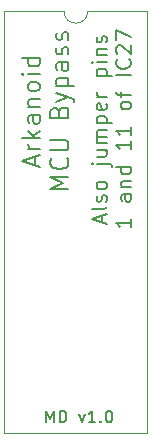
<source format=gto>
G04 #@! TF.GenerationSoftware,KiCad,Pcbnew,5.1.12-84ad8e8a86~92~ubuntu20.04.1*
G04 #@! TF.CreationDate,2022-07-09T09:57:36-04:00*
G04 #@! TF.ProjectId,arkanoid-mpu-bypass,61726b61-6e6f-4696-942d-6d70752d6279,1.0*
G04 #@! TF.SameCoordinates,Original*
G04 #@! TF.FileFunction,Legend,Top*
G04 #@! TF.FilePolarity,Positive*
%FSLAX46Y46*%
G04 Gerber Fmt 4.6, Leading zero omitted, Abs format (unit mm)*
G04 Created by KiCad (PCBNEW 5.1.12-84ad8e8a86~92~ubuntu20.04.1) date 2022-07-09 09:57:36*
%MOMM*%
%LPD*%
G01*
G04 APERTURE LIST*
%ADD10C,0.150000*%
%ADD11C,0.120000*%
%ADD12O,2.400000X1.600000*%
%ADD13R,2.400000X1.600000*%
G04 APERTURE END LIST*
D10*
X150122285Y-88082380D02*
X150122285Y-87082380D01*
X150455619Y-87796666D01*
X150788952Y-87082380D01*
X150788952Y-88082380D01*
X151265142Y-88082380D02*
X151265142Y-87082380D01*
X151503238Y-87082380D01*
X151646095Y-87130000D01*
X151741333Y-87225238D01*
X151788952Y-87320476D01*
X151836571Y-87510952D01*
X151836571Y-87653809D01*
X151788952Y-87844285D01*
X151741333Y-87939523D01*
X151646095Y-88034761D01*
X151503238Y-88082380D01*
X151265142Y-88082380D01*
X152931809Y-87415714D02*
X153169904Y-88082380D01*
X153408000Y-87415714D01*
X154312761Y-88082380D02*
X153741333Y-88082380D01*
X154027047Y-88082380D02*
X154027047Y-87082380D01*
X153931809Y-87225238D01*
X153836571Y-87320476D01*
X153741333Y-87368095D01*
X154741333Y-87987142D02*
X154788952Y-88034761D01*
X154741333Y-88082380D01*
X154693714Y-88034761D01*
X154741333Y-87987142D01*
X154741333Y-88082380D01*
X155408000Y-87082380D02*
X155503238Y-87082380D01*
X155598476Y-87130000D01*
X155646095Y-87177619D01*
X155693714Y-87272857D01*
X155741333Y-87463333D01*
X155741333Y-87701428D01*
X155693714Y-87891904D01*
X155646095Y-87987142D01*
X155598476Y-88034761D01*
X155503238Y-88082380D01*
X155408000Y-88082380D01*
X155312761Y-88034761D01*
X155265142Y-87987142D01*
X155217523Y-87891904D01*
X155169904Y-87701428D01*
X155169904Y-87463333D01*
X155217523Y-87272857D01*
X155265142Y-87177619D01*
X155312761Y-87130000D01*
X155408000Y-87082380D01*
X154886166Y-71138142D02*
X154886166Y-70533380D01*
X155249023Y-71259095D02*
X153979023Y-70835761D01*
X155249023Y-70412428D01*
X155249023Y-69807666D02*
X155188547Y-69928619D01*
X155067595Y-69989095D01*
X153979023Y-69989095D01*
X155188547Y-69384333D02*
X155249023Y-69263380D01*
X155249023Y-69021476D01*
X155188547Y-68900523D01*
X155067595Y-68840047D01*
X155007119Y-68840047D01*
X154886166Y-68900523D01*
X154825690Y-69021476D01*
X154825690Y-69202904D01*
X154765214Y-69323857D01*
X154644261Y-69384333D01*
X154583785Y-69384333D01*
X154462833Y-69323857D01*
X154402357Y-69202904D01*
X154402357Y-69021476D01*
X154462833Y-68900523D01*
X155249023Y-68114333D02*
X155188547Y-68235285D01*
X155128071Y-68295761D01*
X155007119Y-68356238D01*
X154644261Y-68356238D01*
X154523309Y-68295761D01*
X154462833Y-68235285D01*
X154402357Y-68114333D01*
X154402357Y-67932904D01*
X154462833Y-67811952D01*
X154523309Y-67751476D01*
X154644261Y-67691000D01*
X155007119Y-67691000D01*
X155128071Y-67751476D01*
X155188547Y-67811952D01*
X155249023Y-67932904D01*
X155249023Y-68114333D01*
X154402357Y-66179095D02*
X155490928Y-66179095D01*
X155611880Y-66239571D01*
X155672357Y-66360523D01*
X155672357Y-66421000D01*
X153979023Y-66179095D02*
X154039500Y-66239571D01*
X154099976Y-66179095D01*
X154039500Y-66118619D01*
X153979023Y-66179095D01*
X154099976Y-66179095D01*
X154402357Y-65030047D02*
X155249023Y-65030047D01*
X154402357Y-65574333D02*
X155067595Y-65574333D01*
X155188547Y-65513857D01*
X155249023Y-65392904D01*
X155249023Y-65211476D01*
X155188547Y-65090523D01*
X155128071Y-65030047D01*
X155249023Y-64425285D02*
X154402357Y-64425285D01*
X154523309Y-64425285D02*
X154462833Y-64364809D01*
X154402357Y-64243857D01*
X154402357Y-64062428D01*
X154462833Y-63941476D01*
X154583785Y-63881000D01*
X155249023Y-63881000D01*
X154583785Y-63881000D02*
X154462833Y-63820523D01*
X154402357Y-63699571D01*
X154402357Y-63518142D01*
X154462833Y-63397190D01*
X154583785Y-63336714D01*
X155249023Y-63336714D01*
X154402357Y-62731952D02*
X155672357Y-62731952D01*
X154462833Y-62731952D02*
X154402357Y-62611000D01*
X154402357Y-62369095D01*
X154462833Y-62248142D01*
X154523309Y-62187666D01*
X154644261Y-62127190D01*
X155007119Y-62127190D01*
X155128071Y-62187666D01*
X155188547Y-62248142D01*
X155249023Y-62369095D01*
X155249023Y-62611000D01*
X155188547Y-62731952D01*
X155188547Y-61099095D02*
X155249023Y-61220047D01*
X155249023Y-61461952D01*
X155188547Y-61582904D01*
X155067595Y-61643380D01*
X154583785Y-61643380D01*
X154462833Y-61582904D01*
X154402357Y-61461952D01*
X154402357Y-61220047D01*
X154462833Y-61099095D01*
X154583785Y-61038619D01*
X154704738Y-61038619D01*
X154825690Y-61643380D01*
X155249023Y-60494333D02*
X154402357Y-60494333D01*
X154644261Y-60494333D02*
X154523309Y-60433857D01*
X154462833Y-60373380D01*
X154402357Y-60252428D01*
X154402357Y-60131476D01*
X154402357Y-58740523D02*
X155672357Y-58740523D01*
X154462833Y-58740523D02*
X154402357Y-58619571D01*
X154402357Y-58377666D01*
X154462833Y-58256714D01*
X154523309Y-58196238D01*
X154644261Y-58135761D01*
X155007119Y-58135761D01*
X155128071Y-58196238D01*
X155188547Y-58256714D01*
X155249023Y-58377666D01*
X155249023Y-58619571D01*
X155188547Y-58740523D01*
X155249023Y-57591476D02*
X154402357Y-57591476D01*
X153979023Y-57591476D02*
X154039500Y-57651952D01*
X154099976Y-57591476D01*
X154039500Y-57531000D01*
X153979023Y-57591476D01*
X154099976Y-57591476D01*
X154402357Y-56986714D02*
X155249023Y-56986714D01*
X154523309Y-56986714D02*
X154462833Y-56926238D01*
X154402357Y-56805285D01*
X154402357Y-56623857D01*
X154462833Y-56502904D01*
X154583785Y-56442428D01*
X155249023Y-56442428D01*
X155188547Y-55898142D02*
X155249023Y-55777190D01*
X155249023Y-55535285D01*
X155188547Y-55414333D01*
X155067595Y-55353857D01*
X155007119Y-55353857D01*
X154886166Y-55414333D01*
X154825690Y-55535285D01*
X154825690Y-55716714D01*
X154765214Y-55837666D01*
X154644261Y-55898142D01*
X154583785Y-55898142D01*
X154462833Y-55837666D01*
X154402357Y-55716714D01*
X154402357Y-55535285D01*
X154462833Y-55414333D01*
X157304023Y-70835761D02*
X157304023Y-71561476D01*
X157304023Y-71198619D02*
X156034023Y-71198619D01*
X156215452Y-71319571D01*
X156336404Y-71440523D01*
X156396880Y-71561476D01*
X157304023Y-68779571D02*
X156638785Y-68779571D01*
X156517833Y-68840047D01*
X156457357Y-68961000D01*
X156457357Y-69202904D01*
X156517833Y-69323857D01*
X157243547Y-68779571D02*
X157304023Y-68900523D01*
X157304023Y-69202904D01*
X157243547Y-69323857D01*
X157122595Y-69384333D01*
X157001642Y-69384333D01*
X156880690Y-69323857D01*
X156820214Y-69202904D01*
X156820214Y-68900523D01*
X156759738Y-68779571D01*
X156457357Y-68174809D02*
X157304023Y-68174809D01*
X156578309Y-68174809D02*
X156517833Y-68114333D01*
X156457357Y-67993380D01*
X156457357Y-67811952D01*
X156517833Y-67691000D01*
X156638785Y-67630523D01*
X157304023Y-67630523D01*
X157304023Y-66481476D02*
X156034023Y-66481476D01*
X157243547Y-66481476D02*
X157304023Y-66602428D01*
X157304023Y-66844333D01*
X157243547Y-66965285D01*
X157183071Y-67025761D01*
X157062119Y-67086238D01*
X156699261Y-67086238D01*
X156578309Y-67025761D01*
X156517833Y-66965285D01*
X156457357Y-66844333D01*
X156457357Y-66602428D01*
X156517833Y-66481476D01*
X157304023Y-64243857D02*
X157304023Y-64969571D01*
X157304023Y-64606714D02*
X156034023Y-64606714D01*
X156215452Y-64727666D01*
X156336404Y-64848619D01*
X156396880Y-64969571D01*
X157304023Y-63034333D02*
X157304023Y-63760047D01*
X157304023Y-63397190D02*
X156034023Y-63397190D01*
X156215452Y-63518142D01*
X156336404Y-63639095D01*
X156396880Y-63760047D01*
X157304023Y-61341000D02*
X157243547Y-61461952D01*
X157183071Y-61522428D01*
X157062119Y-61582904D01*
X156699261Y-61582904D01*
X156578309Y-61522428D01*
X156517833Y-61461952D01*
X156457357Y-61341000D01*
X156457357Y-61159571D01*
X156517833Y-61038619D01*
X156578309Y-60978142D01*
X156699261Y-60917666D01*
X157062119Y-60917666D01*
X157183071Y-60978142D01*
X157243547Y-61038619D01*
X157304023Y-61159571D01*
X157304023Y-61341000D01*
X156457357Y-60554809D02*
X156457357Y-60071000D01*
X157304023Y-60373380D02*
X156215452Y-60373380D01*
X156094500Y-60312904D01*
X156034023Y-60191952D01*
X156034023Y-60071000D01*
X157304023Y-58680047D02*
X156034023Y-58680047D01*
X157183071Y-57349571D02*
X157243547Y-57410047D01*
X157304023Y-57591476D01*
X157304023Y-57712428D01*
X157243547Y-57893857D01*
X157122595Y-58014809D01*
X157001642Y-58075285D01*
X156759738Y-58135761D01*
X156578309Y-58135761D01*
X156336404Y-58075285D01*
X156215452Y-58014809D01*
X156094500Y-57893857D01*
X156034023Y-57712428D01*
X156034023Y-57591476D01*
X156094500Y-57410047D01*
X156154976Y-57349571D01*
X156154976Y-56865761D02*
X156094500Y-56805285D01*
X156034023Y-56684333D01*
X156034023Y-56381952D01*
X156094500Y-56261000D01*
X156154976Y-56200523D01*
X156275928Y-56140047D01*
X156396880Y-56140047D01*
X156578309Y-56200523D01*
X157304023Y-56926238D01*
X157304023Y-56140047D01*
X156034023Y-55716714D02*
X156034023Y-54870047D01*
X157304023Y-55414333D01*
X149150000Y-66294000D02*
X149150000Y-65568285D01*
X149585428Y-66439142D02*
X148061428Y-65931142D01*
X149585428Y-65423142D01*
X149585428Y-64915142D02*
X148569428Y-64915142D01*
X148859714Y-64915142D02*
X148714571Y-64842571D01*
X148642000Y-64770000D01*
X148569428Y-64624857D01*
X148569428Y-64479714D01*
X149585428Y-63971714D02*
X148061428Y-63971714D01*
X149004857Y-63826571D02*
X149585428Y-63391142D01*
X148569428Y-63391142D02*
X149150000Y-63971714D01*
X149585428Y-62084857D02*
X148787142Y-62084857D01*
X148642000Y-62157428D01*
X148569428Y-62302571D01*
X148569428Y-62592857D01*
X148642000Y-62738000D01*
X149512857Y-62084857D02*
X149585428Y-62230000D01*
X149585428Y-62592857D01*
X149512857Y-62738000D01*
X149367714Y-62810571D01*
X149222571Y-62810571D01*
X149077428Y-62738000D01*
X149004857Y-62592857D01*
X149004857Y-62230000D01*
X148932285Y-62084857D01*
X148569428Y-61359142D02*
X149585428Y-61359142D01*
X148714571Y-61359142D02*
X148642000Y-61286571D01*
X148569428Y-61141428D01*
X148569428Y-60923714D01*
X148642000Y-60778571D01*
X148787142Y-60706000D01*
X149585428Y-60706000D01*
X149585428Y-59762571D02*
X149512857Y-59907714D01*
X149440285Y-59980285D01*
X149295142Y-60052857D01*
X148859714Y-60052857D01*
X148714571Y-59980285D01*
X148642000Y-59907714D01*
X148569428Y-59762571D01*
X148569428Y-59544857D01*
X148642000Y-59399714D01*
X148714571Y-59327142D01*
X148859714Y-59254571D01*
X149295142Y-59254571D01*
X149440285Y-59327142D01*
X149512857Y-59399714D01*
X149585428Y-59544857D01*
X149585428Y-59762571D01*
X149585428Y-58601428D02*
X148569428Y-58601428D01*
X148061428Y-58601428D02*
X148134000Y-58674000D01*
X148206571Y-58601428D01*
X148134000Y-58528857D01*
X148061428Y-58601428D01*
X148206571Y-58601428D01*
X149585428Y-57222571D02*
X148061428Y-57222571D01*
X149512857Y-57222571D02*
X149585428Y-57367714D01*
X149585428Y-57658000D01*
X149512857Y-57803142D01*
X149440285Y-57875714D01*
X149295142Y-57948285D01*
X148859714Y-57948285D01*
X148714571Y-57875714D01*
X148642000Y-57803142D01*
X148569428Y-57658000D01*
X148569428Y-57367714D01*
X148642000Y-57222571D01*
X152021428Y-68326000D02*
X150497428Y-68326000D01*
X151586000Y-67818000D01*
X150497428Y-67310000D01*
X152021428Y-67310000D01*
X151876285Y-65713428D02*
X151948857Y-65786000D01*
X152021428Y-66003714D01*
X152021428Y-66148857D01*
X151948857Y-66366571D01*
X151803714Y-66511714D01*
X151658571Y-66584285D01*
X151368285Y-66656857D01*
X151150571Y-66656857D01*
X150860285Y-66584285D01*
X150715142Y-66511714D01*
X150570000Y-66366571D01*
X150497428Y-66148857D01*
X150497428Y-66003714D01*
X150570000Y-65786000D01*
X150642571Y-65713428D01*
X150497428Y-65060285D02*
X151731142Y-65060285D01*
X151876285Y-64987714D01*
X151948857Y-64915142D01*
X152021428Y-64770000D01*
X152021428Y-64479714D01*
X151948857Y-64334571D01*
X151876285Y-64262000D01*
X151731142Y-64189428D01*
X150497428Y-64189428D01*
X151223142Y-61794571D02*
X151295714Y-61576857D01*
X151368285Y-61504285D01*
X151513428Y-61431714D01*
X151731142Y-61431714D01*
X151876285Y-61504285D01*
X151948857Y-61576857D01*
X152021428Y-61722000D01*
X152021428Y-62302571D01*
X150497428Y-62302571D01*
X150497428Y-61794571D01*
X150570000Y-61649428D01*
X150642571Y-61576857D01*
X150787714Y-61504285D01*
X150932857Y-61504285D01*
X151078000Y-61576857D01*
X151150571Y-61649428D01*
X151223142Y-61794571D01*
X151223142Y-62302571D01*
X151005428Y-60923714D02*
X152021428Y-60560857D01*
X151005428Y-60198000D02*
X152021428Y-60560857D01*
X152384285Y-60706000D01*
X152456857Y-60778571D01*
X152529428Y-60923714D01*
X151005428Y-59617428D02*
X152529428Y-59617428D01*
X151078000Y-59617428D02*
X151005428Y-59472285D01*
X151005428Y-59182000D01*
X151078000Y-59036857D01*
X151150571Y-58964285D01*
X151295714Y-58891714D01*
X151731142Y-58891714D01*
X151876285Y-58964285D01*
X151948857Y-59036857D01*
X152021428Y-59182000D01*
X152021428Y-59472285D01*
X151948857Y-59617428D01*
X152021428Y-57585428D02*
X151223142Y-57585428D01*
X151078000Y-57658000D01*
X151005428Y-57803142D01*
X151005428Y-58093428D01*
X151078000Y-58238571D01*
X151948857Y-57585428D02*
X152021428Y-57730571D01*
X152021428Y-58093428D01*
X151948857Y-58238571D01*
X151803714Y-58311142D01*
X151658571Y-58311142D01*
X151513428Y-58238571D01*
X151440857Y-58093428D01*
X151440857Y-57730571D01*
X151368285Y-57585428D01*
X151948857Y-56932285D02*
X152021428Y-56787142D01*
X152021428Y-56496857D01*
X151948857Y-56351714D01*
X151803714Y-56279142D01*
X151731142Y-56279142D01*
X151586000Y-56351714D01*
X151513428Y-56496857D01*
X151513428Y-56714571D01*
X151440857Y-56859714D01*
X151295714Y-56932285D01*
X151223142Y-56932285D01*
X151078000Y-56859714D01*
X151005428Y-56714571D01*
X151005428Y-56496857D01*
X151078000Y-56351714D01*
X151948857Y-55698571D02*
X152021428Y-55553428D01*
X152021428Y-55263142D01*
X151948857Y-55118000D01*
X151803714Y-55045428D01*
X151731142Y-55045428D01*
X151586000Y-55118000D01*
X151513428Y-55263142D01*
X151513428Y-55480857D01*
X151440857Y-55626000D01*
X151295714Y-55698571D01*
X151223142Y-55698571D01*
X151078000Y-55626000D01*
X151005428Y-55480857D01*
X151005428Y-55263142D01*
X151078000Y-55118000D01*
D11*
X153654000Y-53280000D02*
G75*
G02*
X151654000Y-53280000I-1000000J0D01*
G01*
X151654000Y-53280000D02*
X146594000Y-53280000D01*
X146594000Y-53280000D02*
X146594000Y-88960000D01*
X146594000Y-88960000D02*
X158714000Y-88960000D01*
X158714000Y-88960000D02*
X158714000Y-53280000D01*
X158714000Y-53280000D02*
X153654000Y-53280000D01*
%LPC*%
D12*
X160274000Y-54610000D03*
X145034000Y-87630000D03*
X160274000Y-57150000D03*
X145034000Y-85090000D03*
X160274000Y-59690000D03*
X145034000Y-82550000D03*
X160274000Y-62230000D03*
X145034000Y-80010000D03*
X160274000Y-64770000D03*
X145034000Y-77470000D03*
X160274000Y-67310000D03*
X145034000Y-74930000D03*
X160274000Y-69850000D03*
X145034000Y-72390000D03*
X160274000Y-72390000D03*
X145034000Y-69850000D03*
X160274000Y-74930000D03*
X145034000Y-67310000D03*
X160274000Y-77470000D03*
X145034000Y-64770000D03*
X160274000Y-80010000D03*
X145034000Y-62230000D03*
X160274000Y-82550000D03*
X145034000Y-59690000D03*
X160274000Y-85090000D03*
X145034000Y-57150000D03*
X160274000Y-87630000D03*
D13*
X145034000Y-54610000D03*
M02*

</source>
